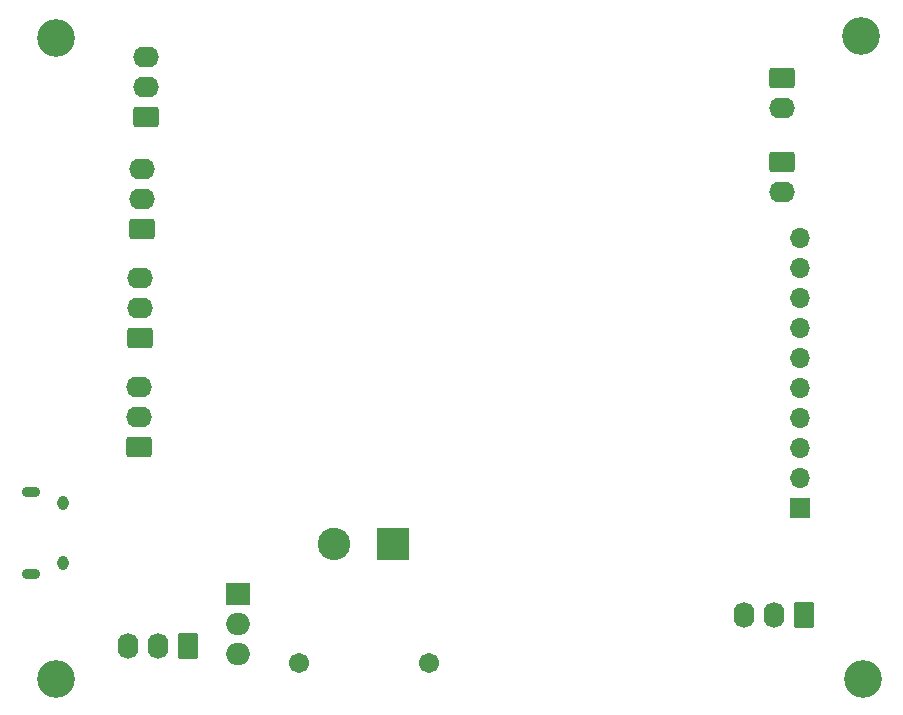
<source format=gbr>
G04 #@! TF.GenerationSoftware,KiCad,Pcbnew,8.0.8*
G04 #@! TF.CreationDate,2025-03-03T11:47:27-06:00*
G04 #@! TF.ProjectId,Group_29_Handheld,47726f75-705f-4323-995f-48616e646865,rev?*
G04 #@! TF.SameCoordinates,Original*
G04 #@! TF.FileFunction,Soldermask,Bot*
G04 #@! TF.FilePolarity,Negative*
%FSLAX46Y46*%
G04 Gerber Fmt 4.6, Leading zero omitted, Abs format (unit mm)*
G04 Created by KiCad (PCBNEW 8.0.8) date 2025-03-03 11:47:27*
%MOMM*%
%LPD*%
G01*
G04 APERTURE LIST*
G04 Aperture macros list*
%AMRoundRect*
0 Rectangle with rounded corners*
0 $1 Rounding radius*
0 $2 $3 $4 $5 $6 $7 $8 $9 X,Y pos of 4 corners*
0 Add a 4 corners polygon primitive as box body*
4,1,4,$2,$3,$4,$5,$6,$7,$8,$9,$2,$3,0*
0 Add four circle primitives for the rounded corners*
1,1,$1+$1,$2,$3*
1,1,$1+$1,$4,$5*
1,1,$1+$1,$6,$7*
1,1,$1+$1,$8,$9*
0 Add four rect primitives between the rounded corners*
20,1,$1+$1,$2,$3,$4,$5,0*
20,1,$1+$1,$4,$5,$6,$7,0*
20,1,$1+$1,$6,$7,$8,$9,0*
20,1,$1+$1,$8,$9,$2,$3,0*%
G04 Aperture macros list end*
%ADD10RoundRect,0.250000X0.845000X-0.620000X0.845000X0.620000X-0.845000X0.620000X-0.845000X-0.620000X0*%
%ADD11O,2.190000X1.740000*%
%ADD12C,3.200000*%
%ADD13RoundRect,0.250000X-0.845000X0.620000X-0.845000X-0.620000X0.845000X-0.620000X0.845000X0.620000X0*%
%ADD14RoundRect,0.250000X0.620000X0.845000X-0.620000X0.845000X-0.620000X-0.845000X0.620000X-0.845000X0*%
%ADD15O,1.740000X2.190000*%
%ADD16R,1.700000X1.700000*%
%ADD17O,1.700000X1.700000*%
%ADD18R,2.000000X1.905000*%
%ADD19O,2.000000X1.905000*%
%ADD20RoundRect,0.102000X1.275000X1.275000X-1.275000X1.275000X-1.275000X-1.275000X1.275000X-1.275000X0*%
%ADD21C,2.754000*%
%ADD22C,1.712000*%
%ADD23O,1.550000X0.890000*%
%ADD24O,0.950000X1.250000*%
G04 APERTURE END LIST*
D10*
X109664500Y-36830000D03*
D11*
X109664500Y-34290000D03*
X109664500Y-31750000D03*
D12*
X170200000Y-30000000D03*
D13*
X163512500Y-40640000D03*
D11*
X163512500Y-43180000D03*
D10*
X109093000Y-64770000D03*
D11*
X109093000Y-62230000D03*
X109093000Y-59690000D03*
D12*
X102044500Y-30162500D03*
D10*
X109347000Y-46355000D03*
D11*
X109347000Y-43815000D03*
X109347000Y-41275000D03*
D14*
X113220500Y-81661000D03*
D15*
X110680500Y-81661000D03*
X108140500Y-81661000D03*
D13*
X163512500Y-33528000D03*
D11*
X163512500Y-36068000D03*
D16*
X165036500Y-69977000D03*
D17*
X165036500Y-67437000D03*
X165036500Y-64897000D03*
X165036500Y-62357000D03*
X165036500Y-59817000D03*
X165036500Y-57277000D03*
X165036500Y-54737000D03*
X165036500Y-52197000D03*
X165036500Y-49657000D03*
X165036500Y-47117000D03*
D12*
X170370500Y-84455000D03*
D10*
X109156500Y-55562500D03*
D11*
X109156500Y-53022500D03*
X109156500Y-50482500D03*
D18*
X117419000Y-77216000D03*
D19*
X117419000Y-79756000D03*
X117419000Y-82296000D03*
D20*
X130604000Y-73058000D03*
D21*
X125604000Y-73058000D03*
D22*
X122604000Y-83058000D03*
X133604000Y-83058000D03*
D12*
X102044500Y-84455000D03*
D14*
X165354000Y-78994000D03*
D15*
X162814000Y-78994000D03*
X160274000Y-78994000D03*
D23*
X99900000Y-68588500D03*
D24*
X102600000Y-69588500D03*
X102600000Y-74588500D03*
D23*
X99900000Y-75588500D03*
M02*

</source>
